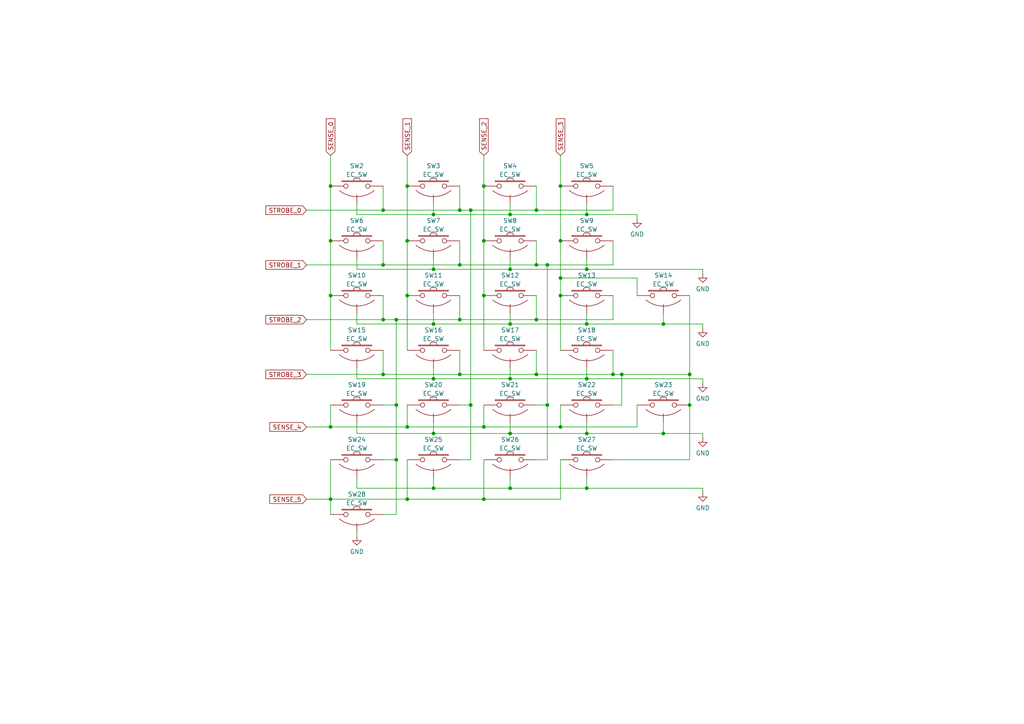
<source format=kicad_sch>
(kicad_sch (version 20211123) (generator eeschema)
  (paper "A4")
  (title_block (title "EC23U - Matrix") (date "2022-11-18") (rev "1") (company "Cipulot PCB Design") (comment 1 "MIT License") (comment 2 "Cipulot"))
  (lib_symbols
    (symbol "cipulot_parts:EC_SW" (pin_numbers hide) (pin_names (offset 1.016) hide)
      (property "Reference" "SW" (at 3.81 2.794 0))
      (property "Value" "EC_SW" (at -3.81 3.81 0))
      (symbol "EC_SW_0_1"
        (arc (start -5.08 -1.27) (mid 0 -3.052) (end 5.08 -1.27))
        (rectangle (start -4.318 1.27) (end 4.318 1.524))
        (polyline (pts (xy -1.016 1.524) (xy -0.762 2.286) (xy 0.762 2.286) (xy 1.016 1.524)))
        (pin passive inverted (at -7.62 0 0) (length 5.08) (name "1") (number "1"))
        (pin passive inverted (at 7.62 0 180) (length 5.08) (name "2") (number "2"))
      )
      (symbol "EC_SW_1_1"
        (pin input line (at 0 -5.08 90) (length 2.54) (name "SG") (number "3"))
      )
    )
    (symbol "power:GND" (power) (pin_names (offset 0))
      (property "Value" "GND" (at 0 -3.81 0))
      (symbol "GND_0_1"
        (polyline (pts (xy 0 0) (xy 0 -1.27) (xy 1.27 -1.27) (xy 0 -2.54) (xy -1.27 -1.27) (xy 0 -1.27)))
      )
      (symbol "GND_1_1"
        (pin power_in line (at 0 0 270) (length 0) hide (name "GND") (number "1"))
      )
    )
  )
  (junction (at 114.935 117.475))
  (junction (at 140.335 53.975))
  (junction (at 180.34 108.585))
  (junction (at 136.525 60.96))
  (junction (at 170.18 125.73))
  (junction (at 111.125 60.96))
  (junction (at 155.575 60.96))
  (junction (at 118.11 123.825))
  (junction (at 114.935 92.71))
  (junction (at 170.18 141.605))
  (junction (at 125.73 78.105))
  (junction (at 95.885 144.78))
  (junction (at 147.955 78.105))
  (junction (at 125.73 93.98))
  (junction (at 170.18 62.23))
  (junction (at 95.885 69.85))
  (junction (at 200.025 117.475))
  (junction (at 158.75 117.475))
  (junction (at 111.125 92.71))
  (junction (at 125.73 125.73))
  (junction (at 170.18 78.105))
  (junction (at 155.575 108.585))
  (junction (at 95.885 85.725))
  (junction (at 162.56 80.645))
  (junction (at 177.8 108.585))
  (junction (at 95.885 53.975))
  (junction (at 140.335 144.78))
  (junction (at 170.18 93.98))
  (junction (at 140.335 123.825))
  (junction (at 95.885 123.825))
  (junction (at 147.955 62.23))
  (junction (at 140.335 85.725))
  (junction (at 118.11 69.85))
  (junction (at 118.11 85.725))
  (junction (at 133.35 60.96))
  (junction (at 192.405 93.98))
  (junction (at 170.18 109.855))
  (junction (at 125.73 141.605))
  (junction (at 147.955 125.73))
  (junction (at 162.56 53.975))
  (junction (at 147.955 109.855))
  (junction (at 140.335 69.85))
  (junction (at 111.125 108.585))
  (junction (at 155.575 92.71))
  (junction (at 125.73 109.855))
  (junction (at 147.955 141.605))
  (junction (at 162.56 85.725))
  (junction (at 118.11 53.975))
  (junction (at 192.405 125.73))
  (junction (at 136.525 117.475))
  (junction (at 147.955 93.98))
  (junction (at 125.73 62.23))
  (junction (at 114.935 133.35))
  (junction (at 162.56 123.825))
  (junction (at 200.025 108.585))
  (junction (at 155.575 76.835))
  (junction (at 133.35 92.71))
  (junction (at 158.75 76.835))
  (junction (at 118.11 144.78))
  (junction (at 111.125 76.835))
  (junction (at 133.35 108.585))
  (junction (at 162.56 69.85))
  (junction (at 133.35 76.835))
  (wire (pts (xy 88.9 92.71) (xy 111.125 92.71)))
  (wire (pts (xy 147.955 74.93) (xy 147.955 78.105)))
  (wire (pts (xy 118.11 69.85) (xy 118.11 85.725)))
  (wire (pts (xy 140.335 45.085) (xy 140.335 53.975)))
  (wire (pts (xy 155.575 69.85) (xy 155.575 76.835)))
  (wire (pts (xy 203.835 141.605) (xy 203.835 142.875)))
  (wire (pts (xy 95.885 144.78) (xy 95.885 149.225)))
  (wire (pts (xy 133.35 85.725) (xy 133.35 92.71)))
  (wire (pts (xy 147.955 93.98) (xy 170.18 93.98)))
  (wire (pts (xy 118.11 123.825) (xy 140.335 123.825)))
  (wire (pts (xy 103.505 59.055) (xy 103.505 62.23)))
  (wire (pts (xy 158.75 133.35) (xy 158.75 117.475)))
  (wire (pts (xy 111.125 101.6) (xy 111.125 108.585)))
  (wire (pts (xy 162.56 80.645) (xy 184.785 80.645)))
  (wire (pts (xy 133.35 60.96) (xy 136.525 60.96)))
  (wire (pts (xy 147.955 62.23) (xy 170.18 62.23)))
  (wire (pts (xy 133.35 133.35) (xy 136.525 133.35)))
  (wire (pts (xy 118.11 53.975) (xy 118.11 69.85)))
  (wire (pts (xy 88.9 76.835) (xy 111.125 76.835)))
  (wire (pts (xy 111.125 108.585) (xy 133.35 108.585)))
  (wire (pts (xy 95.885 144.78) (xy 118.11 144.78)))
  (wire (pts (xy 114.935 117.475) (xy 114.935 92.71)))
  (wire (pts (xy 170.18 74.93) (xy 170.18 78.105)))
  (wire (pts (xy 140.335 85.725) (xy 140.335 101.6)))
  (wire (pts (xy 170.18 93.98) (xy 192.405 93.98)))
  (wire (pts (xy 111.125 76.835) (xy 133.35 76.835)))
  (wire (pts (xy 155.575 92.71) (xy 177.8 92.71)))
  (wire (pts (xy 125.73 109.855) (xy 147.955 109.855)))
  (wire (pts (xy 118.11 85.725) (xy 118.11 101.6)))
  (wire (pts (xy 170.18 138.43) (xy 170.18 141.605)))
  (wire (pts (xy 162.56 45.085) (xy 162.56 53.975)))
  (wire (pts (xy 177.8 53.975) (xy 177.8 60.96)))
  (wire (pts (xy 103.505 141.605) (xy 125.73 141.605)))
  (wire (pts (xy 140.335 69.85) (xy 140.335 85.725)))
  (wire (pts (xy 162.56 69.85) (xy 162.56 80.645)))
  (wire (pts (xy 103.505 109.855) (xy 125.73 109.855)))
  (wire (pts (xy 103.505 93.98) (xy 125.73 93.98)))
  (wire (pts (xy 111.125 85.725) (xy 111.125 92.71)))
  (wire (pts (xy 95.885 133.35) (xy 95.885 144.78)))
  (wire (pts (xy 147.955 141.605) (xy 170.18 141.605)))
  (wire (pts (xy 184.785 123.825) (xy 184.785 117.475)))
  (wire (pts (xy 162.56 123.825) (xy 184.785 123.825)))
  (wire (pts (xy 180.34 108.585) (xy 180.34 117.475)))
  (wire (pts (xy 200.025 108.585) (xy 200.025 117.475)))
  (wire (pts (xy 125.73 138.43) (xy 125.73 141.605)))
  (wire (pts (xy 140.335 133.35) (xy 140.335 144.78)))
  (wire (pts (xy 162.56 133.35) (xy 162.56 144.78)))
  (wire (pts (xy 111.125 60.96) (xy 133.35 60.96)))
  (wire (pts (xy 103.505 122.555) (xy 103.505 125.73)))
  (wire (pts (xy 95.885 45.085) (xy 95.885 53.975)))
  (wire (pts (xy 155.575 108.585) (xy 177.8 108.585)))
  (wire (pts (xy 114.935 149.225) (xy 114.935 133.35)))
  (wire (pts (xy 133.35 92.71) (xy 155.575 92.71)))
  (wire (pts (xy 111.125 149.225) (xy 114.935 149.225)))
  (wire (pts (xy 125.73 125.73) (xy 147.955 125.73)))
  (wire (pts (xy 200.025 85.725) (xy 200.025 108.585)))
  (wire (pts (xy 170.18 62.23) (xy 184.785 62.23)))
  (wire (pts (xy 133.35 117.475) (xy 136.525 117.475)))
  (wire (pts (xy 114.935 133.35) (xy 114.935 117.475)))
  (wire (pts (xy 170.18 90.805) (xy 170.18 93.98)))
  (wire (pts (xy 125.73 78.105) (xy 147.955 78.105)))
  (wire (pts (xy 192.405 93.98) (xy 203.835 93.98)))
  (wire (pts (xy 136.525 117.475) (xy 136.525 60.96)))
  (wire (pts (xy 111.125 53.975) (xy 111.125 60.96)))
  (wire (pts (xy 170.18 106.68) (xy 170.18 109.855)))
  (wire (pts (xy 95.885 123.825) (xy 118.11 123.825)))
  (wire (pts (xy 147.955 90.805) (xy 147.955 93.98)))
  (wire (pts (xy 170.18 59.055) (xy 170.18 62.23)))
  (wire (pts (xy 118.11 144.78) (xy 140.335 144.78)))
  (wire (pts (xy 147.955 78.105) (xy 170.18 78.105)))
  (wire (pts (xy 133.35 53.975) (xy 133.35 60.96)))
  (wire (pts (xy 136.525 60.96) (xy 155.575 60.96)))
  (wire (pts (xy 177.8 101.6) (xy 177.8 108.585)))
  (wire (pts (xy 133.35 69.85) (xy 133.35 76.835)))
  (wire (pts (xy 111.125 69.85) (xy 111.125 76.835)))
  (wire (pts (xy 203.835 125.73) (xy 203.835 127)))
  (wire (pts (xy 155.575 60.96) (xy 177.8 60.96)))
  (wire (pts (xy 162.56 117.475) (xy 162.56 123.825)))
  (wire (pts (xy 133.35 101.6) (xy 133.35 108.585)))
  (wire (pts (xy 133.35 76.835) (xy 155.575 76.835)))
  (wire (pts (xy 103.505 125.73) (xy 125.73 125.73)))
  (wire (pts (xy 155.575 85.725) (xy 155.575 92.71)))
  (wire (pts (xy 177.8 69.85) (xy 177.8 76.835)))
  (wire (pts (xy 203.835 78.105) (xy 203.835 79.375)))
  (wire (pts (xy 158.75 76.835) (xy 177.8 76.835)))
  (wire (pts (xy 200.025 133.35) (xy 200.025 117.475)))
  (wire (pts (xy 133.35 108.585) (xy 155.575 108.585)))
  (wire (pts (xy 111.125 92.71) (xy 114.935 92.71)))
  (wire (pts (xy 192.405 90.805) (xy 192.405 93.98)))
  (wire (pts (xy 103.505 106.68) (xy 103.505 109.855)))
  (wire (pts (xy 170.18 78.105) (xy 203.835 78.105)))
  (wire (pts (xy 118.11 133.35) (xy 118.11 144.78)))
  (wire (pts (xy 170.18 122.555) (xy 170.18 125.73)))
  (wire (pts (xy 177.8 133.35) (xy 200.025 133.35)))
  (wire (pts (xy 158.75 76.835) (xy 158.75 117.475)))
  (wire (pts (xy 111.125 117.475) (xy 114.935 117.475)))
  (wire (pts (xy 155.575 101.6) (xy 155.575 108.585)))
  (wire (pts (xy 125.73 90.805) (xy 125.73 93.98)))
  (wire (pts (xy 155.575 53.975) (xy 155.575 60.96)))
  (wire (pts (xy 170.18 109.855) (xy 203.835 109.855)))
  (wire (pts (xy 200.025 108.585) (xy 180.34 108.585)))
  (wire (pts (xy 180.34 108.585) (xy 177.8 108.585)))
  (wire (pts (xy 140.335 117.475) (xy 140.335 123.825)))
  (wire (pts (xy 192.405 122.555) (xy 192.405 125.73)))
  (wire (pts (xy 88.9 123.825) (xy 95.885 123.825)))
  (wire (pts (xy 147.955 59.055) (xy 147.955 62.23)))
  (wire (pts (xy 140.335 53.975) (xy 140.335 69.85)))
  (wire (pts (xy 170.18 125.73) (xy 192.405 125.73)))
  (wire (pts (xy 88.9 108.585) (xy 111.125 108.585)))
  (wire (pts (xy 147.955 125.73) (xy 170.18 125.73)))
  (wire (pts (xy 103.505 90.805) (xy 103.505 93.98)))
  (wire (pts (xy 125.73 141.605) (xy 147.955 141.605)))
  (wire (pts (xy 95.885 53.975) (xy 95.885 69.85)))
  (wire (pts (xy 95.885 85.725) (xy 95.885 101.6)))
  (wire (pts (xy 125.73 93.98) (xy 147.955 93.98)))
  (wire (pts (xy 118.11 117.475) (xy 118.11 123.825)))
  (wire (pts (xy 147.955 122.555) (xy 147.955 125.73)))
  (wire (pts (xy 162.56 144.78) (xy 140.335 144.78)))
  (wire (pts (xy 177.8 85.725) (xy 177.8 92.71)))
  (wire (pts (xy 203.835 93.98) (xy 203.835 95.25)))
  (wire (pts (xy 125.73 62.23) (xy 147.955 62.23)))
  (wire (pts (xy 88.9 60.96) (xy 111.125 60.96)))
  (wire (pts (xy 103.505 154.305) (xy 103.505 155.575)))
  (wire (pts (xy 95.885 69.85) (xy 95.885 85.725)))
  (wire (pts (xy 114.935 92.71) (xy 133.35 92.71)))
  (wire (pts (xy 147.955 138.43) (xy 147.955 141.605)))
  (wire (pts (xy 125.73 59.055) (xy 125.73 62.23)))
  (wire (pts (xy 140.335 123.825) (xy 162.56 123.825)))
  (wire (pts (xy 125.73 106.68) (xy 125.73 109.855)))
  (wire (pts (xy 103.505 74.93) (xy 103.505 78.105)))
  (wire (pts (xy 155.575 76.835) (xy 158.75 76.835)))
  (wire (pts (xy 147.955 109.855) (xy 170.18 109.855)))
  (wire (pts (xy 184.785 62.23) (xy 184.785 63.5)))
  (wire (pts (xy 111.125 133.35) (xy 114.935 133.35)))
  (wire (pts (xy 203.835 109.855) (xy 203.835 111.125)))
  (wire (pts (xy 155.575 117.475) (xy 158.75 117.475)))
  (wire (pts (xy 103.505 78.105) (xy 125.73 78.105)))
  (wire (pts (xy 162.56 53.975) (xy 162.56 69.85)))
  (wire (pts (xy 136.525 133.35) (xy 136.525 117.475)))
  (wire (pts (xy 95.885 117.475) (xy 95.885 123.825)))
  (wire (pts (xy 155.575 133.35) (xy 158.75 133.35)))
  (wire (pts (xy 192.405 125.73) (xy 203.835 125.73)))
  (wire (pts (xy 162.56 85.725) (xy 162.56 101.6)))
  (wire (pts (xy 170.18 141.605) (xy 203.835 141.605)))
  (wire (pts (xy 177.8 117.475) (xy 180.34 117.475)))
  (wire (pts (xy 103.505 138.43) (xy 103.505 141.605)))
  (wire (pts (xy 88.9 144.78) (xy 95.885 144.78)))
  (wire (pts (xy 103.505 62.23) (xy 125.73 62.23)))
  (wire (pts (xy 184.785 85.725) (xy 184.785 80.645)))
  (wire (pts (xy 118.11 45.085) (xy 118.11 53.975)))
  (wire (pts (xy 125.73 122.555) (xy 125.73 125.73)))
  (wire (pts (xy 147.955 106.68) (xy 147.955 109.855)))
  (wire (pts (xy 162.56 80.645) (xy 162.56 85.725)))
  (wire (pts (xy 125.73 74.93) (xy 125.73 78.105)))
  (global_label "SENSE_5" (shape input) (at 88.9 144.78 180) (property "Intersheet References" "${INTERSHEET_REFS}" (effects hide)))
  (global_label "STROBE_1" (shape input) (at 88.9 76.835 180) (property "Intersheet References" "${INTERSHEET_REFS}" (effects hide)))
  (global_label "SENSE_3" (shape input) (at 162.56 45.085 90) (property "Intersheet References" "${INTERSHEET_REFS}" (effects hide)))
  (global_label "SENSE_1" (shape input) (at 118.11 45.085 90) (property "Intersheet References" "${INTERSHEET_REFS}" (effects hide)))
  (global_label "STROBE_2" (shape input) (at 88.9 92.71 180) (property "Intersheet References" "${INTERSHEET_REFS}" (effects hide)))
  (global_label "STROBE_0" (shape input) (at 88.9 60.96 180) (property "Intersheet References" "${INTERSHEET_REFS}" (effects hide)))
  (global_label "SENSE_2" (shape input) (at 140.335 45.085 90) (property "Intersheet References" "${INTERSHEET_REFS}" (effects hide)))
  (global_label "SENSE_4" (shape input) (at 88.9 123.825 180) (property "Intersheet References" "${INTERSHEET_REFS}" (effects hide)))
  (global_label "SENSE_0" (shape input) (at 95.885 45.085 90) (property "Intersheet References" "${INTERSHEET_REFS}" (effects hide)))
  (global_label "STROBE_3" (shape input) (at 88.9 108.585 180) (property "Intersheet References" "${INTERSHEET_REFS}" (effects hide)))
  (symbol (lib_id "cipulot_parts:EC_SW") (at 103.505 133.35 0) (unit 1)
    (property "Reference" "SW24" (at 103.505 127.4912 0))
    (property "Value" "EC_SW" (at 103.505 130.0281 0))
    (property "Footprint" "cipulot_parts:ecs_pad_no_ring" (effects hide))
  )
  (symbol (lib_id "cipulot_parts:EC_SW") (at 192.405 85.725 0) (unit 1)
    (property "Reference" "SW14" (at 192.405 79.8662 0))
    (property "Value" "EC_SW" (at 192.405 82.4031 0))
    (property "Footprint" "cipulot_parts:ecs_pad_no_ring" (effects hide))
  )
  (symbol (lib_id "cipulot_parts:EC_SW") (at 170.18 53.975 0) (unit 1)
    (property "Reference" "SW5" (at 170.18 48.1162 0))
    (property "Value" "EC_SW" (at 170.18 50.6531 0))
    (property "Footprint" "cipulot_parts:ecs_pad_no_ring" (effects hide))
  )
  (symbol (lib_id "cipulot_parts:EC_SW") (at 125.73 101.6 0) (unit 1)
    (property "Reference" "SW16" (at 125.73 95.7412 0))
    (property "Value" "EC_SW" (at 125.73 98.2781 0))
    (property "Footprint" "cipulot_parts:ecs_pad_no_ring" (effects hide))
  )
  (symbol (lib_id "cipulot_parts:EC_SW") (at 103.505 69.85 0) (unit 1)
    (property "Reference" "SW6" (at 103.505 63.9912 0))
    (property "Value" "EC_SW" (at 103.505 66.5281 0))
    (property "Footprint" "cipulot_parts:ecs_pad_no_ring" (effects hide))
  )
  (symbol (lib_id "cipulot_parts:EC_SW") (at 170.18 101.6 0) (unit 1)
    (property "Reference" "SW18" (at 170.18 95.7412 0))
    (property "Value" "EC_SW" (at 170.18 98.2781 0))
    (property "Footprint" "cipulot_parts:ecs_pad_no_ring" (effects hide))
  )
  (symbol (lib_id "cipulot_parts:EC_SW") (at 170.18 85.725 0) (unit 1)
    (property "Reference" "SW13" (at 170.18 79.8662 0))
    (property "Value" "EC_SW" (at 170.18 82.4031 0))
    (property "Footprint" "cipulot_parts:ecs_pad_no_ring" (effects hide))
  )
  (symbol (lib_id "cipulot_parts:EC_SW") (at 192.405 117.475 0) (unit 1)
    (property "Reference" "SW23" (at 192.405 111.6162 0))
    (property "Value" "EC_SW" (at 192.405 114.1531 0))
    (property "Footprint" "cipulot_parts:ecs_pad_no_ring" (effects hide))
  )
  (symbol (lib_id "cipulot_parts:EC_SW") (at 147.955 69.85 0) (unit 1)
    (property "Reference" "SW8" (at 147.955 63.9912 0))
    (property "Value" "EC_SW" (at 147.955 66.5281 0))
    (property "Footprint" "cipulot_parts:ecs_pad_no_ring" (effects hide))
  )
  (symbol (lib_id "cipulot_parts:EC_SW") (at 147.955 85.725 0) (unit 1)
    (property "Reference" "SW12" (at 147.955 79.8662 0))
    (property "Value" "EC_SW" (at 147.955 82.4031 0))
    (property "Footprint" "cipulot_parts:ecs_pad_no_ring" (effects hide))
  )
  (symbol (lib_id "cipulot_parts:EC_SW") (at 125.73 53.975 0) (unit 1)
    (property "Reference" "SW3" (at 125.73 48.1162 0))
    (property "Value" "EC_SW" (at 125.73 50.6531 0))
    (property "Footprint" "cipulot_parts:ecs_pad_no_ring" (effects hide))
  )
  (symbol (lib_id "cipulot_parts:EC_SW") (at 170.18 117.475 0) (unit 1)
    (property "Reference" "SW22" (at 170.18 111.6162 0))
    (property "Value" "EC_SW" (at 170.18 114.1531 0))
    (property "Footprint" "cipulot_parts:ecs_pad_no_ring" (effects hide))
  )
  (symbol (lib_id "cipulot_parts:EC_SW") (at 103.505 53.975 0) (unit 1)
    (property "Reference" "SW2" (at 103.505 48.1162 0))
    (property "Value" "EC_SW" (at 103.505 50.6531 0))
    (property "Footprint" "cipulot_parts:ecs_pad_no_ring" (effects hide))
  )
  (symbol (lib_id "cipulot_parts:EC_SW") (at 125.73 85.725 0) (unit 1)
    (property "Reference" "SW11" (at 125.73 79.8662 0))
    (property "Value" "EC_SW" (at 125.73 82.4031 0))
    (property "Footprint" "cipulot_parts:ecs_pad_no_ring" (effects hide))
  )
  (symbol (lib_id "cipulot_parts:EC_SW") (at 147.955 101.6 0) (unit 1)
    (property "Reference" "SW17" (at 147.955 95.7412 0))
    (property "Value" "EC_SW" (at 147.955 98.2781 0))
    (property "Footprint" "cipulot_parts:ecs_pad_no_ring" (effects hide))
  )
  (symbol (lib_id "cipulot_parts:EC_SW") (at 125.73 117.475 0) (unit 1)
    (property "Reference" "SW20" (at 125.73 111.6162 0))
    (property "Value" "EC_SW" (at 125.73 114.1531 0))
    (property "Footprint" "cipulot_parts:ecs_pad_no_ring" (effects hide))
  )
  (symbol (lib_id "cipulot_parts:EC_SW") (at 170.18 69.85 0) (unit 1)
    (property "Reference" "SW9" (at 170.18 63.9912 0))
    (property "Value" "EC_SW" (at 170.18 66.5281 0))
    (property "Footprint" "cipulot_parts:ecs_pad_no_ring" (effects hide))
  )
  (symbol (lib_id "power:GND") (at 184.785 63.5 0) (unit 1)
    (property "Reference" "#PWR039" (effects hide))
    (property "Value" "GND" (at 184.785 67.9434 0))
  )
  (symbol (lib_id "cipulot_parts:EC_SW") (at 103.505 101.6 0) (unit 1)
    (property "Reference" "SW15" (at 103.505 95.7412 0))
    (property "Value" "EC_SW" (at 103.505 98.2781 0))
    (property "Footprint" "cipulot_parts:ecs_pad_no_ring" (effects hide))
  )
  (symbol (lib_id "power:GND") (at 203.835 95.25 0) (unit 1)
    (property "Reference" "#PWR041" (effects hide))
    (property "Value" "GND" (at 203.835 99.6934 0))
  )
  (symbol (lib_id "power:GND") (at 203.835 79.375 0) (unit 1)
    (property "Reference" "#PWR040" (effects hide))
    (property "Value" "GND" (at 203.835 83.8184 0))
  )
  (symbol (lib_id "cipulot_parts:EC_SW") (at 170.18 133.35 0) (unit 1)
    (property "Reference" "SW27" (at 170.18 127.4912 0))
    (property "Value" "EC_SW" (at 170.18 130.0281 0))
    (property "Footprint" "cipulot_parts:ecs_pad_no_ring" (effects hide))
  )
  (symbol (lib_id "cipulot_parts:EC_SW") (at 147.955 117.475 0) (unit 1)
    (property "Reference" "SW21" (at 147.955 111.6162 0))
    (property "Value" "EC_SW" (at 147.955 114.1531 0))
    (property "Footprint" "cipulot_parts:ecs_pad_no_ring" (effects hide))
  )
  (symbol (lib_id "cipulot_parts:EC_SW") (at 103.505 117.475 0) (unit 1)
    (property "Reference" "SW19" (at 103.505 111.6162 0))
    (property "Value" "EC_SW" (at 103.505 114.1531 0))
    (property "Footprint" "cipulot_parts:ecs_pad_no_ring" (effects hide))
  )
  (symbol (lib_id "cipulot_parts:EC_SW") (at 103.505 85.725 0) (unit 1)
    (property "Reference" "SW10" (at 103.505 79.8662 0))
    (property "Value" "EC_SW" (at 103.505 82.4031 0))
    (property "Footprint" "cipulot_parts:ecs_pad_no_ring" (effects hide))
  )
  (symbol (lib_id "cipulot_parts:EC_SW") (at 147.955 133.35 0) (unit 1)
    (property "Reference" "SW26" (at 147.955 127.4912 0))
    (property "Value" "EC_SW" (at 147.955 130.0281 0))
    (property "Footprint" "cipulot_parts:ecs_pad_no_ring" (effects hide))
  )
  (symbol (lib_id "cipulot_parts:EC_SW") (at 103.505 149.225 0) (unit 1)
    (property "Reference" "SW28" (at 103.505 143.3662 0))
    (property "Value" "EC_SW" (at 103.505 145.9031 0))
    (property "Footprint" "cipulot_parts:ecs_pad_no_ring" (effects hide))
  )
  (symbol (lib_id "power:GND") (at 203.835 111.125 0) (unit 1)
    (property "Reference" "#PWR042" (effects hide))
    (property "Value" "GND" (at 203.835 115.5684 0))
  )
  (symbol (lib_id "power:GND") (at 103.505 155.575 0) (unit 1)
    (property "Reference" "#PWR045" (effects hide))
    (property "Value" "GND" (at 103.505 160.0184 0))
  )
  (symbol (lib_id "cipulot_parts:EC_SW") (at 125.73 133.35 0) (unit 1)
    (property "Reference" "SW25" (at 125.73 127.4912 0))
    (property "Value" "EC_SW" (at 125.73 130.0281 0))
    (property "Footprint" "cipulot_parts:ecs_pad_no_ring" (effects hide))
  )
  (symbol (lib_id "power:GND") (at 203.835 142.875 0) (unit 1)
    (property "Reference" "#PWR044" (effects hide))
    (property "Value" "GND" (at 203.835 147.3184 0))
  )
  (symbol (lib_id "cipulot_parts:EC_SW") (at 125.73 69.85 0) (unit 1)
    (property "Reference" "SW7" (at 125.73 63.9912 0))
    (property "Value" "EC_SW" (at 125.73 66.5281 0))
    (property "Footprint" "cipulot_parts:ecs_pad_no_ring" (effects hide))
  )
  (symbol (lib_id "cipulot_parts:EC_SW") (at 147.955 53.975 0) (unit 1)
    (property "Reference" "SW4" (at 147.955 48.1162 0))
    (property "Value" "EC_SW" (at 147.955 50.6531 0))
    (property "Footprint" "cipulot_parts:ecs_pad_no_ring" (effects hide))
  )
  (symbol (lib_id "power:GND") (at 203.835 127 0) (unit 1)
    (property "Reference" "#PWR043" (effects hide))
    (property "Value" "GND" (at 203.835 131.4434 0))
  )
)
</source>
